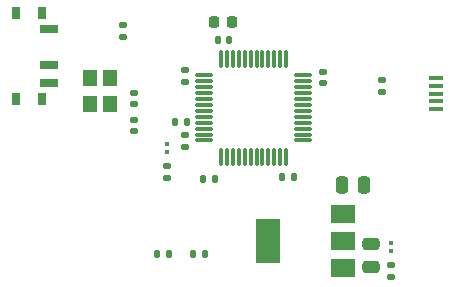
<source format=gbr>
%TF.GenerationSoftware,KiCad,Pcbnew,(6.0.10)*%
%TF.CreationDate,2023-05-01T12:45:21+05:45*%
%TF.ProjectId,arduino,61726475-696e-46f2-9e6b-696361645f70,rev?*%
%TF.SameCoordinates,Original*%
%TF.FileFunction,Paste,Top*%
%TF.FilePolarity,Positive*%
%FSLAX46Y46*%
G04 Gerber Fmt 4.6, Leading zero omitted, Abs format (unit mm)*
G04 Created by KiCad (PCBNEW (6.0.10)) date 2023-05-01 12:45:21*
%MOMM*%
%LPD*%
G01*
G04 APERTURE LIST*
G04 Aperture macros list*
%AMRoundRect*
0 Rectangle with rounded corners*
0 $1 Rounding radius*
0 $2 $3 $4 $5 $6 $7 $8 $9 X,Y pos of 4 corners*
0 Add a 4 corners polygon primitive as box body*
4,1,4,$2,$3,$4,$5,$6,$7,$8,$9,$2,$3,0*
0 Add four circle primitives for the rounded corners*
1,1,$1+$1,$2,$3*
1,1,$1+$1,$4,$5*
1,1,$1+$1,$6,$7*
1,1,$1+$1,$8,$9*
0 Add four rect primitives between the rounded corners*
20,1,$1+$1,$2,$3,$4,$5,0*
20,1,$1+$1,$4,$5,$6,$7,0*
20,1,$1+$1,$6,$7,$8,$9,0*
20,1,$1+$1,$8,$9,$2,$3,0*%
G04 Aperture macros list end*
%ADD10RoundRect,0.079500X0.100500X-0.079500X0.100500X0.079500X-0.100500X0.079500X-0.100500X-0.079500X0*%
%ADD11R,1.300000X0.450000*%
%ADD12RoundRect,0.135000X0.135000X0.185000X-0.135000X0.185000X-0.135000X-0.185000X0.135000X-0.185000X0*%
%ADD13R,1.200000X1.400000*%
%ADD14RoundRect,0.140000X-0.170000X0.140000X-0.170000X-0.140000X0.170000X-0.140000X0.170000X0.140000X0*%
%ADD15RoundRect,0.140000X-0.140000X-0.170000X0.140000X-0.170000X0.140000X0.170000X-0.140000X0.170000X0*%
%ADD16RoundRect,0.135000X-0.185000X0.135000X-0.185000X-0.135000X0.185000X-0.135000X0.185000X0.135000X0*%
%ADD17RoundRect,0.135000X-0.135000X-0.185000X0.135000X-0.185000X0.135000X0.185000X-0.135000X0.185000X0*%
%ADD18RoundRect,0.225000X-0.225000X-0.250000X0.225000X-0.250000X0.225000X0.250000X-0.225000X0.250000X0*%
%ADD19RoundRect,0.135000X0.185000X-0.135000X0.185000X0.135000X-0.185000X0.135000X-0.185000X-0.135000X0*%
%ADD20RoundRect,0.140000X0.140000X0.170000X-0.140000X0.170000X-0.140000X-0.170000X0.140000X-0.170000X0*%
%ADD21RoundRect,0.250000X-0.475000X0.250000X-0.475000X-0.250000X0.475000X-0.250000X0.475000X0.250000X0*%
%ADD22R,0.800000X1.000000*%
%ADD23R,1.500000X0.700000*%
%ADD24RoundRect,0.250000X-0.250000X-0.475000X0.250000X-0.475000X0.250000X0.475000X-0.250000X0.475000X0*%
%ADD25R,2.000000X1.500000*%
%ADD26R,2.000000X3.800000*%
%ADD27RoundRect,0.079500X-0.100500X0.079500X-0.100500X-0.079500X0.100500X-0.079500X0.100500X0.079500X0*%
%ADD28RoundRect,0.075000X-0.662500X-0.075000X0.662500X-0.075000X0.662500X0.075000X-0.662500X0.075000X0*%
%ADD29RoundRect,0.075000X-0.075000X-0.662500X0.075000X-0.662500X0.075000X0.662500X-0.075000X0.662500X0*%
G04 APERTURE END LIST*
D10*
%TO.C,D1*%
X114175000Y-94005000D03*
X114175000Y-94695000D03*
%TD*%
D11*
%TO.C,J4*%
X118000000Y-82700000D03*
X118000000Y-82050000D03*
X118000000Y-81400000D03*
X118000000Y-80750000D03*
X118000000Y-80100000D03*
%TD*%
D12*
%TO.C,R2*%
X95400000Y-94975000D03*
X94380000Y-94975000D03*
%TD*%
D13*
%TO.C,Y1*%
X88700000Y-80100000D03*
X88700000Y-82300000D03*
X90400000Y-82300000D03*
X90400000Y-80100000D03*
%TD*%
D14*
%TO.C,C12*%
X96750000Y-84930000D03*
X96750000Y-85890000D03*
%TD*%
%TO.C,C13*%
X95200000Y-87540000D03*
X95200000Y-88500000D03*
%TD*%
%TO.C,C6*%
X96750000Y-79400000D03*
X96750000Y-80360000D03*
%TD*%
D15*
%TO.C,C5*%
X98300000Y-88600000D03*
X99260000Y-88600000D03*
%TD*%
D16*
%TO.C,R5*%
X113425000Y-80215000D03*
X113425000Y-81235000D03*
%TD*%
D17*
%TO.C,R3*%
X97405000Y-94990000D03*
X98425000Y-94990000D03*
%TD*%
D18*
%TO.C,C4*%
X99200000Y-75350000D03*
X100750000Y-75350000D03*
%TD*%
D19*
%TO.C,R4*%
X91525000Y-76570000D03*
X91525000Y-75550000D03*
%TD*%
D20*
%TO.C,C10*%
X105955000Y-88450000D03*
X104995000Y-88450000D03*
%TD*%
D14*
%TO.C,C7*%
X92400000Y-83590000D03*
X92400000Y-84550000D03*
%TD*%
D21*
%TO.C,C2*%
X112450000Y-94150000D03*
X112450000Y-96050000D03*
%TD*%
D16*
%TO.C,R1*%
X114200000Y-95890000D03*
X114200000Y-96910000D03*
%TD*%
D15*
%TO.C,C8*%
X99540000Y-76860000D03*
X100500000Y-76860000D03*
%TD*%
D20*
%TO.C,C11*%
X96880000Y-83800000D03*
X95920000Y-83800000D03*
%TD*%
D22*
%TO.C,SW1*%
X84605000Y-74550000D03*
X82395000Y-74550000D03*
X82395000Y-81850000D03*
X84605000Y-81850000D03*
D23*
X85255000Y-75950000D03*
X85255000Y-78950000D03*
X85255000Y-80450000D03*
%TD*%
D14*
%TO.C,C9*%
X108400000Y-79520000D03*
X108400000Y-80480000D03*
%TD*%
D24*
%TO.C,C1*%
X110000000Y-89100000D03*
X111900000Y-89100000D03*
%TD*%
D25*
%TO.C,U1*%
X110100000Y-91550000D03*
X110100000Y-93850000D03*
D26*
X103800000Y-93850000D03*
D25*
X110100000Y-96150000D03*
%TD*%
D14*
%TO.C,C3*%
X92400000Y-81320000D03*
X92400000Y-82280000D03*
%TD*%
D27*
%TO.C,FB1*%
X95200000Y-85655000D03*
X95200000Y-86345000D03*
%TD*%
D28*
%TO.C,U2*%
X98387500Y-79850000D03*
X98387500Y-80350000D03*
X98387500Y-80850000D03*
X98387500Y-81350000D03*
X98387500Y-81850000D03*
X98387500Y-82350000D03*
X98387500Y-82850000D03*
X98387500Y-83350000D03*
X98387500Y-83850000D03*
X98387500Y-84350000D03*
X98387500Y-84850000D03*
X98387500Y-85350000D03*
D29*
X99800000Y-86762500D03*
X100300000Y-86762500D03*
X100800000Y-86762500D03*
X101300000Y-86762500D03*
X101800000Y-86762500D03*
X102300000Y-86762500D03*
X102800000Y-86762500D03*
X103300000Y-86762500D03*
X103800000Y-86762500D03*
X104300000Y-86762500D03*
X104800000Y-86762500D03*
X105300000Y-86762500D03*
D28*
X106712500Y-85350000D03*
X106712500Y-84850000D03*
X106712500Y-84350000D03*
X106712500Y-83850000D03*
X106712500Y-83350000D03*
X106712500Y-82850000D03*
X106712500Y-82350000D03*
X106712500Y-81850000D03*
X106712500Y-81350000D03*
X106712500Y-80850000D03*
X106712500Y-80350000D03*
X106712500Y-79850000D03*
D29*
X105300000Y-78437500D03*
X104800000Y-78437500D03*
X104300000Y-78437500D03*
X103800000Y-78437500D03*
X103300000Y-78437500D03*
X102800000Y-78437500D03*
X102300000Y-78437500D03*
X101800000Y-78437500D03*
X101300000Y-78437500D03*
X100800000Y-78437500D03*
X100300000Y-78437500D03*
X99800000Y-78437500D03*
%TD*%
M02*

</source>
